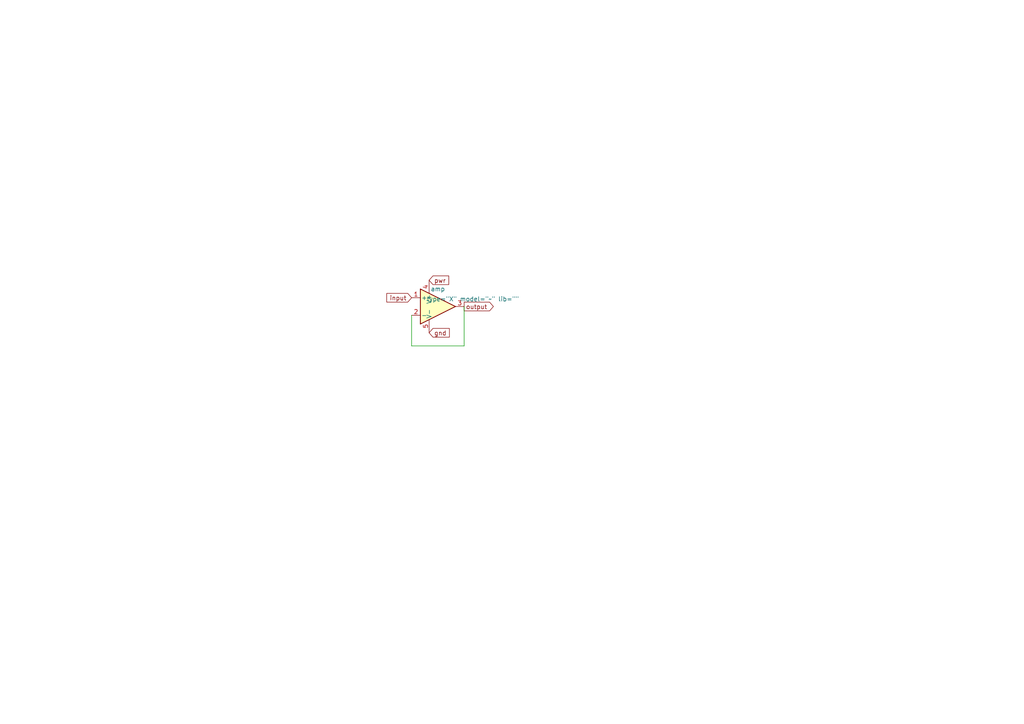
<source format=kicad_sch>
(kicad_sch (version 20211123) (generator eeschema)
  (paper "A4")
  (lib_symbols
    (symbol "Simulation_SPICE:OPAMP" (pin_names (offset 0.254))
      (property "Reference" "U" (at 3.81 3.175 0))
      (property "Value" "OPAMP" (at 3.81 -3.175 0))
      (symbol "OPAMP_0_1"
        (polyline (pts (xy 5.08 0) (xy -5.08 5.08) (xy -5.08 -5.08) (xy 5.08 0)) (stroke (width 0.254)) (fill (type background)))
      )
      (symbol "OPAMP_1_1"
        (pin input line (at -7.62 2.54 0) (length 2.54) (name "+") (number "1"))
        (pin input line (at -7.62 -2.54 0) (length 2.54) (name "-") (number "2"))
        (pin output line (at 7.62 0 180) (length 2.54) (name "~") (number "3"))
        (pin power_in line (at -2.54 7.62 270) (length 3.81) (name "V+") (number "4"))
        (pin power_in line (at -2.54 -7.62 90) (length 3.81) (name "V-") (number "5"))
      )
    )
  )
  (wire (pts (xy 119.38 91.44) (xy 119.38 100.33)))
  (wire (pts (xy 134.62 100.33) (xy 134.62 88.9)))
  (wire (pts (xy 119.38 100.33) (xy 134.62 100.33)))
  (global_label "pwr" (shape input) (at 124.46 81.28 0) (property "Intersheet References" "${INTERSHEET_REFS}" (effects hide)))
  (global_label "input" (shape input) (at 119.38 86.36 180) (property "Intersheet References" "${INTERSHEET_REFS}" (effects hide)))
  (global_label "output" (shape output) (at 134.62 88.9 0) (property "Intersheet References" "${INTERSHEET_REFS}" (effects hide)))
  (global_label "gnd" (shape input) (at 124.46 96.52 0) (property "Intersheet References" "${INTERSHEET_REFS}" (effects hide)))
  (symbol (lib_id "Simulation_SPICE:OPAMP") (at 127 88.9 0) (unit 1)
    (property "Reference" "amp" (at 127 83.82 0))
    (property "Value" "~" (at 137.16 86.741 0))
    (property "Spice_Netlist_Enabled" "Y" (effects hide))
    (property "Spice_Primitive" "X" (effects hide))
  )
)
</source>
